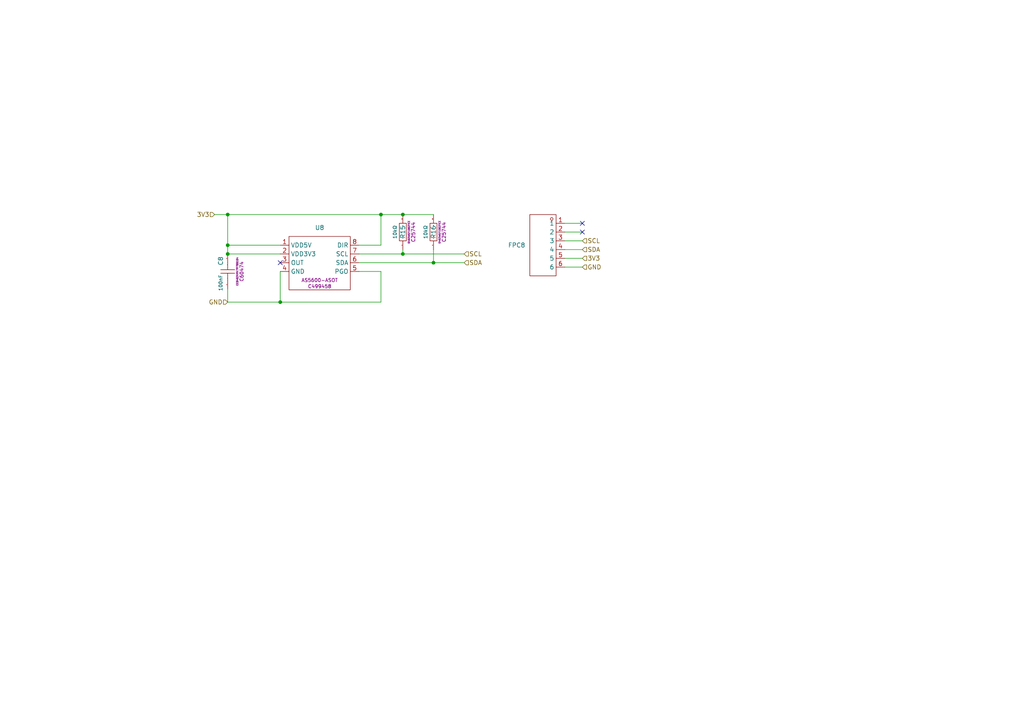
<source format=kicad_sch>
(kicad_sch (version 20250114) (generator "eeschema") (generator_version "9.0")
  (paper "A4")
  (lib_symbols
    (symbol "Library:0402WGF1002TCE Resistor 10kΩ"
      (property "Reference" "R" (at 0 0 0))
      (property "Value" "10kΩ" (at 0 2.286 0))
      (property "Manufacturer Part" "0402WGF1002TCE" (at 0 -1.778 0))
      (property "LCSC Part #" "C25744" (at 0 -3.048 0))
      (symbol "0402WGF1002TCE Resistor 10kΩ_1_0"
        (rectangle (start -2.54 1.016) (end 2.54 -1.016))
        (pin input line (at -5.08 0 0) (length 2.54) (name "1") (number "1"))
        (pin input line (at 5.08 0 180) (length 2.54) (name "2") (number "2"))
      )
    )
    (symbol "Library:AS5600-ASOT Magnetic rotary encoder"
      (property "Reference" "U" (at 0 0 0))
      (property "Manufacturer Part" "AS5600-ASOT" (at 0 -6.35 0))
      (property "LCSC Part #" "C499458" (at 0 -8.128 0))
      (symbol "AS5600-ASOT Magnetic rotary encoder_1_0"
        (rectangle (start -8.89 6.35) (end 8.89 -9.144))
        (pin unspecified line (at -11.43 3.81 0) (length 2.54) (name "VDD5V") (number "1"))
        (pin unspecified line (at -11.43 1.27 0) (length 2.54) (name "VDD3V3") (number "2"))
        (pin unspecified line (at -11.43 -1.27 0) (length 2.54) (name "OUT") (number "3"))
        (pin unspecified line (at -11.43 -3.81 0) (length 2.54) (name "GND") (number "4"))
        (pin unspecified line (at 11.43 3.81 180) (length 2.54) (name "DIR") (number "8"))
        (pin unspecified line (at 11.43 1.27 180) (length 2.54) (name "SCL") (number "7"))
        (pin unspecified line (at 11.43 -1.27 180) (length 2.54) (name "SDA") (number "6"))
        (pin unspecified line (at 11.43 -3.81 180) (length 2.54) (name "PGO") (number "5"))
      )
    )
    (symbol "Library:CC0402KRX7R7BB104 Capacitor 100nF"
      (property "Reference" "C" (at 3.048 2.032 0))
      (property "Value" "100nF" (at -3.302 2.032 0))
      (property "Manufacturer Part" "CC0402KRX7R7BB104" (at 0 -2.794 0))
      (property "LCSC Part #" "C60474" (at 0 -4.064 0))
      (symbol "CC0402KRX7R7BB104 Capacitor 100nF_1_0"
        (polyline (pts (xy -0.508 0) (xy -2.54 0)))
        (polyline (pts (xy -0.508 -2.032) (xy -0.508 2.032)))
        (polyline (pts (xy 0.508 2.032) (xy 0.508 -2.032)))
        (polyline (pts (xy 2.54 0) (xy 0.508 0)))
        (pin input line (at -5.08 0 0) (length 2.54) (name "1") (number "1"))
        (pin input line (at 5.08 0 180) (length 2.54) (name "2") (number "2"))
      )
    )
    (symbol "Library:FPC-05F-6PH20 Pattern 6P 0.5mm spacing" (in_bom no)
      (property "Reference" "FPC" (at -7.62 0 0))
      (symbol "FPC-05F-6PH20 Pattern 6P 0.5mm spacing_1_0"
        (circle (center 2.54 7.62) (radius 0.381))
        (rectangle (start 3.81 8.89) (end -3.81 -8.89))
        (pin input line (at 6.35 6.35 180) (length 2.54) (name "1") (number "1"))
        (pin input line (at 6.35 3.81 180) (length 2.54) (name "2") (number "2"))
        (pin input line (at 6.35 1.27 180) (length 2.54) (name "3") (number "3"))
        (pin input line (at 6.35 -1.27 180) (length 2.54) (name "4") (number "4"))
        (pin input line (at 6.35 -3.81 180) (length 2.54) (name "5") (number "5"))
        (pin input line (at 6.35 -6.35 180) (length 2.54) (name "6") (number "6"))
      )
    )
  )
  (junction (at 110.49 62.23))
  (junction (at 66.04 62.23))
  (junction (at 116.84 62.23))
  (junction (at 125.73 76.2))
  (junction (at 116.84 73.66))
  (junction (at 81.28 87.63))
  (junction (at 66.04 73.66))
  (junction (at 66.04 71.12))
  (no_connect (at 168.91 64.77))
  (no_connect (at 168.91 67.31))
  (no_connect (at 81.28 76.2))
  (wire (pts (xy 66.04 62.23) (xy 110.49 62.23)))
  (wire (pts (xy 110.49 62.23) (xy 116.84 62.23)))
  (wire (pts (xy 66.04 73.66) (xy 81.28 73.66)))
  (wire (pts (xy 110.49 78.74) (xy 110.49 87.63)))
  (wire (pts (xy 81.28 87.63) (xy 110.49 87.63)))
  (wire (pts (xy 116.84 73.66) (xy 116.84 72.39)))
  (wire (pts (xy 104.14 71.12) (xy 110.49 71.12)))
  (wire (pts (xy 104.14 76.2) (xy 125.73 76.2)))
  (wire (pts (xy 62.23 62.23) (xy 66.04 62.23)))
  (wire (pts (xy 110.49 78.74) (xy 104.14 78.74)))
  (wire (pts (xy 168.91 64.77) (xy 163.83 64.77)))
  (wire (pts (xy 168.91 69.85) (xy 163.83 69.85)))
  (wire (pts (xy 104.14 73.66) (xy 116.84 73.66)))
  (wire (pts (xy 116.84 62.23) (xy 125.73 62.23)))
  (wire (pts (xy 81.28 71.12) (xy 66.04 71.12)))
  (wire (pts (xy 110.49 62.23) (xy 110.49 71.12)))
  (wire (pts (xy 168.91 77.47) (xy 163.83 77.47)))
  (wire (pts (xy 168.91 74.93) (xy 163.83 74.93)))
  (wire (pts (xy 168.91 67.31) (xy 163.83 67.31)))
  (wire (pts (xy 81.28 78.74) (xy 81.28 87.63)))
  (wire (pts (xy 125.73 76.2) (xy 134.62 76.2)))
  (wire (pts (xy 125.73 72.39) (xy 125.73 76.2)))
  (wire (pts (xy 168.91 72.39) (xy 163.83 72.39)))
  (wire (pts (xy 116.84 73.66) (xy 134.62 73.66)))
  (wire (pts (xy 66.04 87.63) (xy 66.04 83.82)))
  (wire (pts (xy 66.04 71.12) (xy 66.04 73.66)))
  (wire (pts (xy 66.04 87.63) (xy 81.28 87.63)))
  (wire (pts (xy 66.04 71.12) (xy 66.04 62.23)))
  (hierarchical_label "3V3" (shape input) (at 62.23 62.23 180))
  (hierarchical_label "SDA" (shape input) (at 134.62 76.2 0))
  (hierarchical_label "SCL" (shape input) (at 168.91 69.85 0))
  (hierarchical_label "GND" (shape input) (at 168.91 77.47 0))
  (hierarchical_label "SCL" (shape input) (at 134.62 73.66 0))
  (hierarchical_label "3V3" (shape input) (at 168.91 74.93 0))
  (hierarchical_label "GND" (shape input) (at 66.04 87.63 180))
  (hierarchical_label "SDA" (shape input) (at 168.91 72.39 0))
  (symbol (lib_id "Library:CC0402KRX7R7BB104 Capacitor 100nF") (at 66.04 78.74 90) (unit 1)
    (property "Reference" "C1" (at 64.008 75.692 0))
    (property "Value" "100nF" (at 64.008 82.042 0) (effects (font (size 1 1))))
    (property "Footprint" "Library:C0402" (effects (hide yes)))
    (property "Datasheet" "https://atta.szlcsc.com/upload/public/pdf/source/20211223/9278FD768280B81DDBEF48FA36411A03.pdf" (effects (hide yes)))
    (property "Description" "Capacitance: Tolerance:±10% Tolerance:±10% Voltage Rated: Temperature Coefficient:" (effects (hide yes)))
    (property "Manufacturer Part" "CC0402KRX7R7BB104" (at 68.834 78.74 0) (effects (font (size 0.5 0.5))))
    (property "Manufacturer" "YAGEO(国巨)" (effects (hide yes)))
    (property "Supplier Part" "C60474" (effects (hide yes)))
    (property "Supplier" "LCSC" (effects (hide yes)))
    (property "LCSC Part Name" "100nF ±10% 16V" (effects (hide yes)))
    (property "LCSC Part #" "C60474" (at 70.104 78.74 0) (effects (font (size 1 1))))
    (instances (project "sensor-circuit" (path "" (reference "C8") (unit 1)) (path "" (reference "C3") (unit 1)) (path "" (reference "C4") (unit 1)) (path "" (reference "C5") (unit 1)) (path "" (reference "C10") (unit 1)) (path "" (reference "C9") (unit 1)) (path "" (reference "C1") (unit 1)) (path "" (reference "C7") (unit 1)) (path "" (reference "C2") (unit 1)) (path "" (reference "C6") (unit 1))))
  )
  (symbol (lib_id "Library:0402WGF1002TCE Resistor 10kΩ") (at 116.84 67.31 90) (unit 1)
    (property "Reference" "R1" (at 116.84 67.31 0))
    (property "Value" "10kΩ" (at 114.554 67.31 0) (effects (font (size 1 1))))
    (property "Footprint" "Library:R0402" (effects (hide yes)))
    (property "Datasheet" "https://item.szlcsc.com/datasheet/0402WGF1002TCE/26487.html" (effects (hide yes)))
    (property "Description" "Type:Thick Film Resistor Resistance:10kΩ Tolerance:±1% Tolerance:±1% Power(Watts):62.5mW Voltage-Supply(Max):50V Temperature Coefficient:±100ppm/°C Temperature Coefficient:±100ppm/°C Operating Temperature:-55°C~+155°C Operating Temperature:-55°C~+155°C" (effects (hide yes)))
    (property "Manufacturer Part" "0402WGF1002TCE" (at 118.618 67.31 0) (effects (font (size 0.5 0.5))))
    (property "Manufacturer" "UNI-ROYAL(厚声)" (effects (hide yes)))
    (property "Supplier Part" "C25744" (effects (hide yes)))
    (property "Supplier" "LCSC" (effects (hide yes)))
    (property "LCSC Part Name" "10kΩ ±1% 62.5mW 厚膜电阻" (effects (hide yes)))
    (property "LCSC Part #" "C25744" (at 119.888 67.31 0) (effects (font (size 1 1))))
    (instances (project "sensor-circuit" (path "" (reference "R15") (unit 1)) (path "" (reference "R5") (unit 1)) (path "" (reference "R7") (unit 1)) (path "" (reference "R9") (unit 1)) (path "" (reference "R19") (unit 1)) (path "" (reference "R17") (unit 1)) (path "" (reference "R1") (unit 1)) (path "" (reference "R13") (unit 1)) (path "" (reference "R3") (unit 1)) (path "" (reference "R11") (unit 1))))
  )
  (symbol (lib_id "Library:AS5600-ASOT Magnetic rotary encoder") (at 92.71 74.93 0) (unit 1)
    (property "Reference" "U1" (at 92.71 66.04 0))
    (property "Footprint" "Library:SOIC-8_L5.0-W4.0-P1.27-LS6.0-BL" (effects (hide yes)))
    (property "Datasheet" "https://item.szlcsc.com/datasheet/AS5600-ASOT/511984.html" (effects (hide yes)))
    (property "Description" "Voltage - Supply:5V；3.3V Voltage - Supply:5V；3.3V Rotation Angle:0°~360° Rotation Angle:0°~360°" (effects (hide yes)))
    (property "Manufacturer Part" "AS5600-ASOT" (at 92.71 81.28 0) (effects (font (size 1 1))))
    (property "Manufacturer" "ams(艾迈斯半导体)" (effects (hide yes)))
    (property "Supplier Part" "C499458" (effects (hide yes)))
    (property "Supplier" "LCSC" (effects (hide yes)))
    (property "LCSC Part Name" "AS5600-ASOT" (effects (hide yes)))
    (property "LCSC Part #" "C499458" (at 92.71 83.058 0) (effects (font (size 1 1))))
    (instances (project "sensor-circuit" (path "" (reference "U8") (unit 1)) (path "" (reference "U3") (unit 1)) (path "" (reference "U4") (unit 1)) (path "" (reference "U5") (unit 1)) (path "" (reference "U10") (unit 1)) (path "" (reference "U9") (unit 1)) (path "" (reference "U1") (unit 1)) (path "" (reference "U7") (unit 1)) (path "" (reference "U2") (unit 1)) (path "" (reference "U6") (unit 1))))
  )
  (symbol (lib_id "Library:FPC-05F-6PH20 Pattern 6P 0.5mm spacing") (at 157.48 71.12 0) (unit 1) (in_bom no)
    (property "Reference" "FPC1" (at 149.86 71.12 0))
    (property "Footprint" "Library:FPC-6P-P0.50-Pattern" (effects (hide yes)))
    (property "Datasheet" "https://item.szlcsc.com/datasheet/FPC-05F-6PH20/3056894.html" (effects (hide yes)))
    (property "Description" "Pattern for FPC connector" (effects (hide yes)))
    (instances (project "sensor-circuit" (path "" (reference "FPC8") (unit 1)) (path "" (reference "FPC3") (unit 1)) (path "" (reference "FPC4") (unit 1)) (path "" (reference "FPC5") (unit 1)) (path "" (reference "FPC10") (unit 1)) (path "" (reference "FPC9") (unit 1)) (path "" (reference "FPC1") (unit 1)) (path "" (reference "FPC7") (unit 1)) (path "" (reference "FPC2") (unit 1)) (path "" (reference "FPC6") (unit 1))))
  )
  (symbol (lib_id "Library:0402WGF1002TCE Resistor 10kΩ") (at 125.73 67.31 90) (unit 1)
    (property "Reference" "R2" (at 125.73 67.31 0))
    (property "Value" "10kΩ" (at 123.444 67.31 0) (effects (font (size 1 1))))
    (property "Footprint" "Library:R0402" (effects (hide yes)))
    (property "Datasheet" "https://item.szlcsc.com/datasheet/0402WGF1002TCE/26487.html" (effects (hide yes)))
    (property "Description" "Type:Thick Film Resistor Resistance:10kΩ Tolerance:±1% Tolerance:±1% Power(Watts):62.5mW Voltage-Supply(Max):50V Temperature Coefficient:±100ppm/°C Temperature Coefficient:±100ppm/°C Operating Temperature:-55°C~+155°C Operating Temperature:-55°C~+155°C" (effects (hide yes)))
    (property "Manufacturer Part" "0402WGF1002TCE" (at 127.508 67.31 0) (effects (font (size 0.5 0.5))))
    (property "Manufacturer" "UNI-ROYAL(厚声)" (effects (hide yes)))
    (property "Supplier Part" "C25744" (effects (hide yes)))
    (property "Supplier" "LCSC" (effects (hide yes)))
    (property "LCSC Part Name" "10kΩ ±1% 62.5mW 厚膜电阻" (effects (hide yes)))
    (property "LCSC Part #" "C25744" (at 128.778 67.31 0) (effects (font (size 1 1))))
    (instances (project "sensor-circuit" (path "" (reference "R16") (unit 1)) (path "" (reference "R6") (unit 1)) (path "" (reference "R8") (unit 1)) (path "" (reference "R10") (unit 1)) (path "" (reference "R20") (unit 1)) (path "" (reference "R18") (unit 1)) (path "" (reference "R2") (unit 1)) (path "" (reference "R14") (unit 1)) (path "" (reference "R4") (unit 1)) (path "" (reference "R12") (unit 1))))
  )
)
</source>
